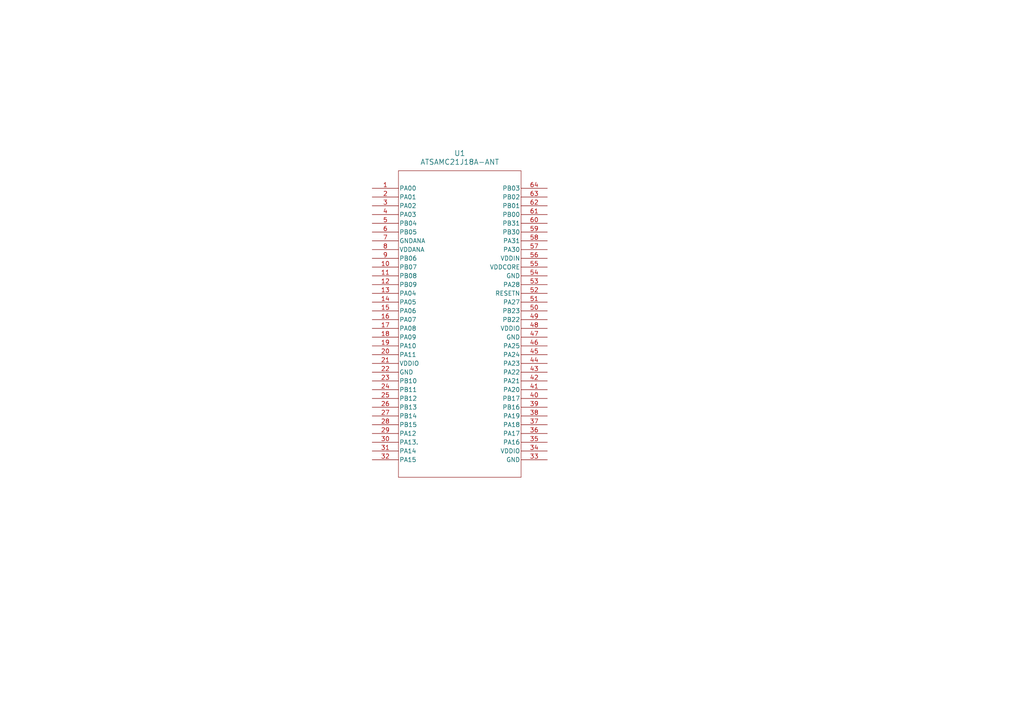
<source format=kicad_sch>
(kicad_sch (version 20231120) (generator "eeschema") (generator_version "8.0")
  (paper "A4")
  (lib_symbols
    (symbol "ATSAMC21J18A-ANT:ATSAMC21J18A-ANT" (pin_names (offset 0.254))
      (property "Reference" "U" (at 25.4 10.16 0))
      (property "Value" "ATSAMC21J18A-ANT" (at 25.4 7.62 0))
      (symbol "ATSAMC21J18A-ANT_0_1"
        (polyline (pts (xy 7.62 -83.82) (xy 43.18 -83.82)) (stroke (width 0.127)))
        (polyline (pts (xy 7.62 5.08) (xy 7.62 -83.82)) (stroke (width 0.127)))
        (polyline (pts (xy 43.18 -83.82) (xy 43.18 5.08)) (stroke (width 0.127)))
        (polyline (pts (xy 43.18 5.08) (xy 7.62 5.08)) (stroke (width 0.127)))
        (pin bidirectional line (at 0 0 0) (length 7.62) (name "PA00") (number "1"))
        (pin bidirectional line (at 0 -22.86 0) (length 7.62) (name "PB07") (number "10"))
        (pin bidirectional line (at 0 -25.4 0) (length 7.62) (name "PB08") (number "11"))
        (pin bidirectional line (at 0 -27.94 0) (length 7.62) (name "PB09") (number "12"))
        (pin bidirectional line (at 0 -30.48 0) (length 7.62) (name "PA04") (number "13"))
        (pin bidirectional line (at 0 -33.02 0) (length 7.62) (name "PA05") (number "14"))
        (pin bidirectional line (at 0 -35.56 0) (length 7.62) (name "PA06") (number "15"))
        (pin bidirectional line (at 0 -38.1 0) (length 7.62) (name "PA07") (number "16"))
        (pin bidirectional line (at 0 -40.64 0) (length 7.62) (name "PA08") (number "17"))
        (pin bidirectional line (at 0 -43.18 0) (length 7.62) (name "PA09") (number "18"))
        (pin bidirectional line (at 0 -45.72 0) (length 7.62) (name "PA10") (number "19"))
        (pin bidirectional line (at 0 -2.54 0) (length 7.62) (name "PA01") (number "2"))
        (pin bidirectional line (at 0 -48.26 0) (length 7.62) (name "PA11") (number "20"))
        (pin power_in line (at 0 -50.8 0) (length 7.62) (name "VDDIO") (number "21"))
        (pin power_out line (at 0 -53.34 0) (length 7.62) (name "GND") (number "22"))
        (pin bidirectional line (at 0 -55.88 0) (length 7.62) (name "PB10") (number "23"))
        (pin bidirectional line (at 0 -58.42 0) (length 7.62) (name "PB11") (number "24"))
        (pin bidirectional line (at 0 -60.96 0) (length 7.62) (name "PB12") (number "25"))
        (pin bidirectional line (at 0 -63.5 0) (length 7.62) (name "PB13") (number "26"))
        (pin bidirectional line (at 0 -66.04 0) (length 7.62) (name "PB14") (number "27"))
        (pin bidirectional line (at 0 -68.58 0) (length 7.62) (name "PB15") (number "28"))
        (pin bidirectional line (at 0 -71.12 0) (length 7.62) (name "PA12") (number "29"))
        (pin bidirectional line (at 0 -5.08 0) (length 7.62) (name "PA02") (number "3"))
        (pin bidirectional line (at 0 -73.66 0) (length 7.62) (name "PA13.") (number "30"))
        (pin bidirectional line (at 0 -76.2 0) (length 7.62) (name "PA14") (number "31"))
        (pin bidirectional line (at 0 -78.74 0) (length 7.62) (name "PA15") (number "32"))
        (pin power_out line (at 50.8 -78.74 180) (length 7.62) (name "GND") (number "33"))
        (pin power_in line (at 50.8 -76.2 180) (length 7.62) (name "VDDIO") (number "34"))
        (pin bidirectional line (at 50.8 -73.66 180) (length 7.62) (name "PA16") (number "35"))
        (pin bidirectional line (at 50.8 -71.12 180) (length 7.62) (name "PA17") (number "36"))
        (pin bidirectional line (at 50.8 -68.58 180) (length 7.62) (name "PA18") (number "37"))
        (pin bidirectional line (at 50.8 -66.04 180) (length 7.62) (name "PA19") (number "38"))
        (pin bidirectional line (at 50.8 -63.5 180) (length 7.62) (name "PB16") (number "39"))
        (pin bidirectional line (at 0 -7.62 0) (length 7.62) (name "PA03") (number "4"))
        (pin bidirectional line (at 50.8 -60.96 180) (length 7.62) (name "PB17") (number "40"))
        (pin bidirectional line (at 50.8 -58.42 180) (length 7.62) (name "PA20") (number "41"))
        (pin bidirectional line (at 50.8 -55.88 180) (length 7.62) (name "PA21") (number "42"))
        (pin bidirectional line (at 50.8 -53.34 180) (length 7.62) (name "PA22") (number "43"))
        (pin bidirectional line (at 50.8 -50.8 180) (length 7.62) (name "PA23") (number "44"))
        (pin bidirectional line (at 50.8 -48.26 180) (length 7.62) (name "PA24") (number "45"))
        (pin bidirectional line (at 50.8 -45.72 180) (length 7.62) (name "PA25") (number "46"))
        (pin power_out line (at 50.8 -43.18 180) (length 7.62) (name "GND") (number "47"))
        (pin power_in line (at 50.8 -40.64 180) (length 7.62) (name "VDDIO") (number "48"))
        (pin bidirectional line (at 50.8 -38.1 180) (length 7.62) (name "PB22") (number "49"))
        (pin bidirectional line (at 0 -10.16 0) (length 7.62) (name "PB04") (number "5"))
        (pin bidirectional line (at 50.8 -35.56 180) (length 7.62) (name "PB23") (number "50"))
        (pin bidirectional line (at 50.8 -33.02 180) (length 7.62) (name "PA27") (number "51"))
        (pin unspecified line (at 50.8 -30.48 180) (length 7.62) (name "RESETN") (number "52"))
        (pin bidirectional line (at 50.8 -27.94 180) (length 7.62) (name "PA28") (number "53"))
        (pin power_out line (at 50.8 -25.4 180) (length 7.62) (name "GND") (number "54"))
        (pin power_in line (at 50.8 -22.86 180) (length 7.62) (name "VDDCORE") (number "55"))
        (pin power_in line (at 50.8 -20.32 180) (length 7.62) (name "VDDIN") (number "56"))
        (pin bidirectional line (at 50.8 -17.78 180) (length 7.62) (name "PA30") (number "57"))
        (pin bidirectional line (at 50.8 -15.24 180) (length 7.62) (name "PA31") (number "58"))
        (pin bidirectional line (at 50.8 -12.7 180) (length 7.62) (name "PB30") (number "59"))
        (pin bidirectional line (at 0 -12.7 0) (length 7.62) (name "PB05") (number "6"))
        (pin bidirectional line (at 50.8 -10.16 180) (length 7.62) (name "PB31") (number "60"))
        (pin bidirectional line (at 50.8 -7.62 180) (length 7.62) (name "PB00") (number "61"))
        (pin bidirectional line (at 50.8 -5.08 180) (length 7.62) (name "PB01") (number "62"))
        (pin bidirectional line (at 50.8 -2.54 180) (length 7.62) (name "PB02") (number "63"))
        (pin bidirectional line (at 50.8 0 180) (length 7.62) (name "PB03") (number "64"))
        (pin power_out line (at 0 -15.24 0) (length 7.62) (name "GNDANA") (number "7"))
        (pin power_in line (at 0 -17.78 0) (length 7.62) (name "VDDANA") (number "8"))
        (pin bidirectional line (at 0 -20.32 0) (length 7.62) (name "PB06") (number "9"))
      )
    )
  )
  (symbol (lib_id "ATSAMC21J18A-ANT:ATSAMC21J18A-ANT") (at 107.95 54.61 0) (unit 1)
    (property "Reference" "U1" (at 133.35 44.45 0) (effects (font (size 1.524 1.524))))
    (property "Value" "ATSAMC21J18A-ANT" (at 133.35 46.99 0) (effects (font (size 1.524 1.524))))
    (property "Footprint" "TQFP64_10x10MC_MCH" (effects (hide yes)))
    (property "Datasheet" "ATSAMC21J18A-ANT" (effects (hide yes)))
  )
)
</source>
